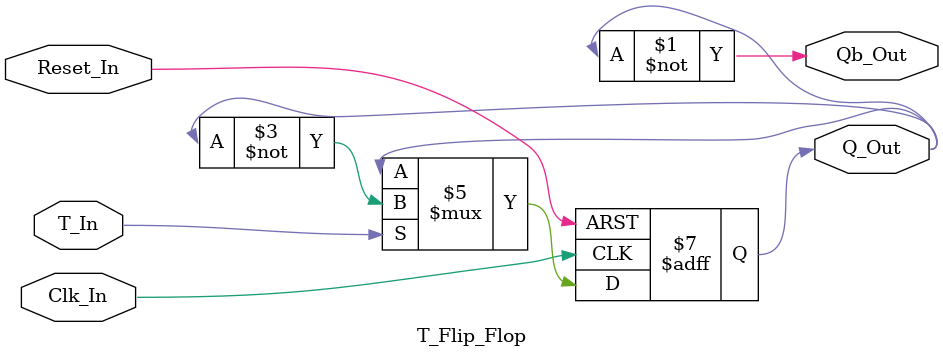
<source format=v>
/*
Verilog Code to implement a T Flip Flop.



Author : Prasad Narayan Ghatol
*/



module T_Flip_Flop (
    input      Clk_In,
    input      Reset_In,

    input      T_In,
    output reg Q_Out,
    output     Qb_Out
);



// --------------------------------------------------
// Assignments
// --------------------------------------------------
assign Qb_Out = ~Q_Out;



// --------------------------------------------------
// T Flip Flop
// --------------------------------------------------
always @ (negedge Clk_In or posedge Reset_In)
    begin
        if (Reset_In)
            begin
                Q_Out <= 1'b0;
            end
        else
            begin
                if (T_In)
                    begin
                        Q_Out <= ~Q_Out;
                    end
                else
                    begin
                        Q_Out <= Q_Out;
                    end
            end
    end



endmodule
</source>
